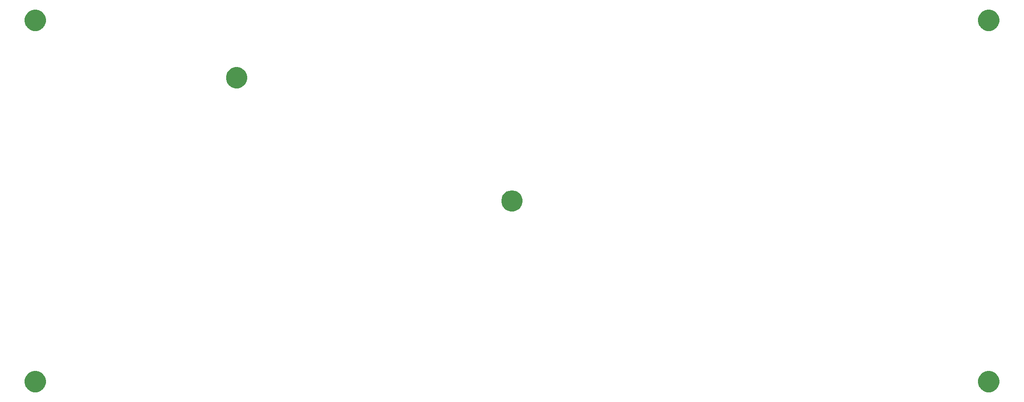
<source format=gbr>
G04 #@! TF.GenerationSoftware,KiCad,Pcbnew,(5.1.4)-1*
G04 #@! TF.CreationDate,2020-10-26T08:25:04-07:00*
G04 #@! TF.ProjectId,bottom plate,626f7474-6f6d-4207-906c-6174652e6b69,rev?*
G04 #@! TF.SameCoordinates,Original*
G04 #@! TF.FileFunction,Soldermask,Top*
G04 #@! TF.FilePolarity,Negative*
%FSLAX46Y46*%
G04 Gerber Fmt 4.6, Leading zero omitted, Abs format (unit mm)*
G04 Created by KiCad (PCBNEW (5.1.4)-1) date 2020-10-26 08:25:04*
%MOMM*%
%LPD*%
G04 APERTURE LIST*
%ADD10C,0.100000*%
G04 APERTURE END LIST*
D10*
G36*
X22823254Y-88515318D02*
G01*
X23196511Y-88669926D01*
X23196513Y-88669927D01*
X23532436Y-88894384D01*
X23818116Y-89180064D01*
X24042113Y-89515298D01*
X24042574Y-89515989D01*
X24197182Y-89889246D01*
X24276000Y-90285493D01*
X24276000Y-90689507D01*
X24197182Y-91085754D01*
X24085398Y-91355624D01*
X24042573Y-91459013D01*
X23818116Y-91794936D01*
X23532436Y-92080616D01*
X23196513Y-92305073D01*
X23196512Y-92305074D01*
X23196511Y-92305074D01*
X22823254Y-92459682D01*
X22427007Y-92538500D01*
X22022993Y-92538500D01*
X21626746Y-92459682D01*
X21253489Y-92305074D01*
X21253488Y-92305074D01*
X21253487Y-92305073D01*
X20917564Y-92080616D01*
X20631884Y-91794936D01*
X20407427Y-91459013D01*
X20364602Y-91355624D01*
X20252818Y-91085754D01*
X20174000Y-90689507D01*
X20174000Y-90285493D01*
X20252818Y-89889246D01*
X20407426Y-89515989D01*
X20407888Y-89515298D01*
X20631884Y-89180064D01*
X20917564Y-88894384D01*
X21253487Y-88669927D01*
X21253489Y-88669926D01*
X21626746Y-88515318D01*
X22022993Y-88436500D01*
X22427007Y-88436500D01*
X22823254Y-88515318D01*
X22823254Y-88515318D01*
G37*
G36*
X206973254Y-88515318D02*
G01*
X207346511Y-88669926D01*
X207346513Y-88669927D01*
X207682436Y-88894384D01*
X207968116Y-89180064D01*
X208192113Y-89515298D01*
X208192574Y-89515989D01*
X208347182Y-89889246D01*
X208426000Y-90285493D01*
X208426000Y-90689507D01*
X208347182Y-91085754D01*
X208235398Y-91355624D01*
X208192573Y-91459013D01*
X207968116Y-91794936D01*
X207682436Y-92080616D01*
X207346513Y-92305073D01*
X207346512Y-92305074D01*
X207346511Y-92305074D01*
X206973254Y-92459682D01*
X206577007Y-92538500D01*
X206172993Y-92538500D01*
X205776746Y-92459682D01*
X205403489Y-92305074D01*
X205403488Y-92305074D01*
X205403487Y-92305073D01*
X205067564Y-92080616D01*
X204781884Y-91794936D01*
X204557427Y-91459013D01*
X204514602Y-91355624D01*
X204402818Y-91085754D01*
X204324000Y-90689507D01*
X204324000Y-90285493D01*
X204402818Y-89889246D01*
X204557426Y-89515989D01*
X204557888Y-89515298D01*
X204781884Y-89180064D01*
X205067564Y-88894384D01*
X205403487Y-88669927D01*
X205403489Y-88669926D01*
X205776746Y-88515318D01*
X206172993Y-88436500D01*
X206577007Y-88436500D01*
X206973254Y-88515318D01*
X206973254Y-88515318D01*
G37*
G36*
X114898254Y-53590318D02*
G01*
X115271511Y-53744926D01*
X115271513Y-53744927D01*
X115607436Y-53969384D01*
X115893116Y-54255064D01*
X116117113Y-54590298D01*
X116117574Y-54590989D01*
X116272182Y-54964246D01*
X116351000Y-55360493D01*
X116351000Y-55764507D01*
X116272182Y-56160754D01*
X116160398Y-56430624D01*
X116117573Y-56534013D01*
X115893116Y-56869936D01*
X115607436Y-57155616D01*
X115271513Y-57380073D01*
X115271512Y-57380074D01*
X115271511Y-57380074D01*
X114898254Y-57534682D01*
X114502007Y-57613500D01*
X114097993Y-57613500D01*
X113701746Y-57534682D01*
X113328489Y-57380074D01*
X113328488Y-57380074D01*
X113328487Y-57380073D01*
X112992564Y-57155616D01*
X112706884Y-56869936D01*
X112482427Y-56534013D01*
X112439602Y-56430624D01*
X112327818Y-56160754D01*
X112249000Y-55764507D01*
X112249000Y-55360493D01*
X112327818Y-54964246D01*
X112482426Y-54590989D01*
X112482888Y-54590298D01*
X112706884Y-54255064D01*
X112992564Y-53969384D01*
X113328487Y-53744927D01*
X113328489Y-53744926D01*
X113701746Y-53590318D01*
X114097993Y-53511500D01*
X114502007Y-53511500D01*
X114898254Y-53590318D01*
X114898254Y-53590318D01*
G37*
G36*
X61717004Y-29777818D02*
G01*
X62090261Y-29932426D01*
X62090263Y-29932427D01*
X62426186Y-30156884D01*
X62711866Y-30442564D01*
X62936324Y-30778489D01*
X63090932Y-31151746D01*
X63169750Y-31547993D01*
X63169750Y-31952007D01*
X63090932Y-32348254D01*
X62936324Y-32721511D01*
X62936323Y-32721513D01*
X62711866Y-33057436D01*
X62426186Y-33343116D01*
X62090263Y-33567573D01*
X62090262Y-33567574D01*
X62090261Y-33567574D01*
X61717004Y-33722182D01*
X61320757Y-33801000D01*
X60916743Y-33801000D01*
X60520496Y-33722182D01*
X60147239Y-33567574D01*
X60147238Y-33567574D01*
X60147237Y-33567573D01*
X59811314Y-33343116D01*
X59525634Y-33057436D01*
X59301177Y-32721513D01*
X59301176Y-32721511D01*
X59146568Y-32348254D01*
X59067750Y-31952007D01*
X59067750Y-31547993D01*
X59146568Y-31151746D01*
X59301176Y-30778489D01*
X59525634Y-30442564D01*
X59811314Y-30156884D01*
X60147237Y-29932427D01*
X60147239Y-29932426D01*
X60520496Y-29777818D01*
X60916743Y-29699000D01*
X61320757Y-29699000D01*
X61717004Y-29777818D01*
X61717004Y-29777818D01*
G37*
G36*
X206973254Y-18665318D02*
G01*
X207346511Y-18819926D01*
X207346513Y-18819927D01*
X207682436Y-19044384D01*
X207968116Y-19330064D01*
X208192113Y-19665298D01*
X208192574Y-19665989D01*
X208347182Y-20039246D01*
X208426000Y-20435493D01*
X208426000Y-20839507D01*
X208347182Y-21235754D01*
X208235398Y-21505624D01*
X208192573Y-21609013D01*
X207968116Y-21944936D01*
X207682436Y-22230616D01*
X207346513Y-22455073D01*
X207346512Y-22455074D01*
X207346511Y-22455074D01*
X206973254Y-22609682D01*
X206577007Y-22688500D01*
X206172993Y-22688500D01*
X205776746Y-22609682D01*
X205403489Y-22455074D01*
X205403488Y-22455074D01*
X205403487Y-22455073D01*
X205067564Y-22230616D01*
X204781884Y-21944936D01*
X204557427Y-21609013D01*
X204514602Y-21505624D01*
X204402818Y-21235754D01*
X204324000Y-20839507D01*
X204324000Y-20435493D01*
X204402818Y-20039246D01*
X204557426Y-19665989D01*
X204557888Y-19665298D01*
X204781884Y-19330064D01*
X205067564Y-19044384D01*
X205403487Y-18819927D01*
X205403489Y-18819926D01*
X205776746Y-18665318D01*
X206172993Y-18586500D01*
X206577007Y-18586500D01*
X206973254Y-18665318D01*
X206973254Y-18665318D01*
G37*
G36*
X22823254Y-18665318D02*
G01*
X23196511Y-18819926D01*
X23196513Y-18819927D01*
X23532436Y-19044384D01*
X23818116Y-19330064D01*
X24042113Y-19665298D01*
X24042574Y-19665989D01*
X24197182Y-20039246D01*
X24276000Y-20435493D01*
X24276000Y-20839507D01*
X24197182Y-21235754D01*
X24085398Y-21505624D01*
X24042573Y-21609013D01*
X23818116Y-21944936D01*
X23532436Y-22230616D01*
X23196513Y-22455073D01*
X23196512Y-22455074D01*
X23196511Y-22455074D01*
X22823254Y-22609682D01*
X22427007Y-22688500D01*
X22022993Y-22688500D01*
X21626746Y-22609682D01*
X21253489Y-22455074D01*
X21253488Y-22455074D01*
X21253487Y-22455073D01*
X20917564Y-22230616D01*
X20631884Y-21944936D01*
X20407427Y-21609013D01*
X20364602Y-21505624D01*
X20252818Y-21235754D01*
X20174000Y-20839507D01*
X20174000Y-20435493D01*
X20252818Y-20039246D01*
X20407426Y-19665989D01*
X20407888Y-19665298D01*
X20631884Y-19330064D01*
X20917564Y-19044384D01*
X21253487Y-18819927D01*
X21253489Y-18819926D01*
X21626746Y-18665318D01*
X22022993Y-18586500D01*
X22427007Y-18586500D01*
X22823254Y-18665318D01*
X22823254Y-18665318D01*
G37*
M02*

</source>
